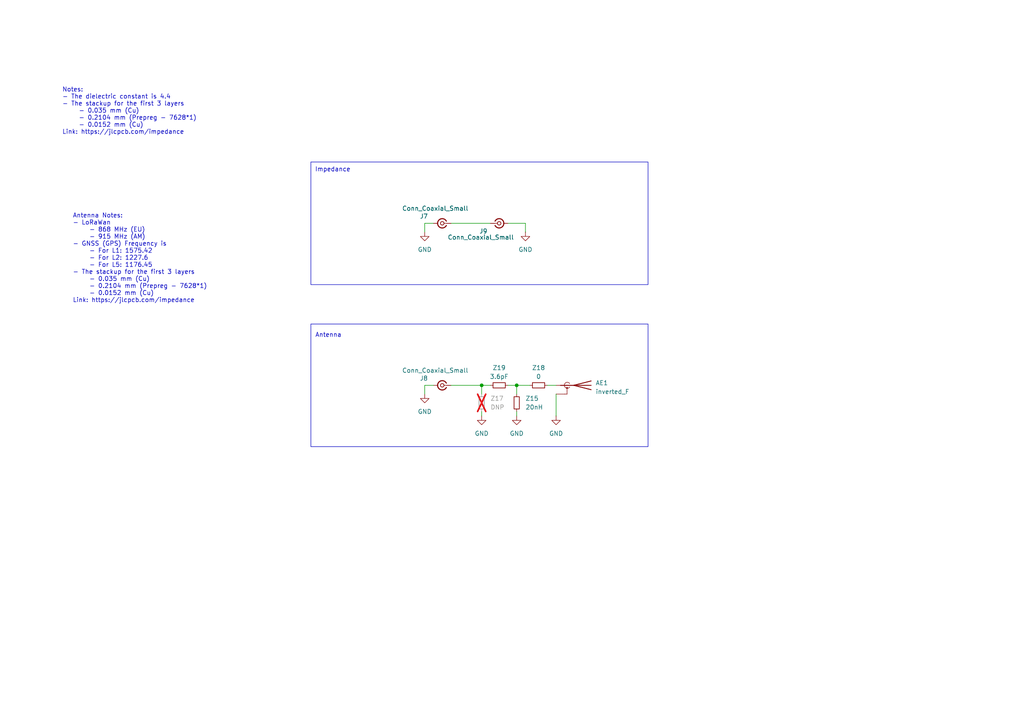
<source format=kicad_sch>
(kicad_sch (version 20250114) (generator "eeschema") (generator_version "9.0")
  (paper "A4")
  (lib_symbols
    (symbol "Connector:Conn_Coaxial_Small" (pin_numbers (hide yes)) (pin_names (offset 1.016) (hide yes))
      (property "Reference" "J" (at 0.254 3.048 0))
      (property "Value" "Conn_Coaxial_Small" (at 0 -3.81 0))
      (symbol "Conn_Coaxial_Small_0_1"
        (polyline (pts (xy -2.54 0) (xy -0.508 0)))
        (circle (center 0 0) (radius 0.508) (stroke (width 0.2032)))
      )
      (symbol "Conn_Coaxial_Small_1_1"
        (arc (start 1.3484 0.0039) (mid 0.327 -1.308) (end -1.1916 -0.6311) (stroke (width 0.3048)))
        (arc (start -1.1916 0.6311) (mid 0.327 1.3081) (end 1.3484 -0.0039) (stroke (width 0.3048)))
        (pin passive line (at -2.54 0 0) (length 1.27) (name "In") (number "1"))
        (pin passive line (at 2.54 0 180) (length 1.27) (name "Ext") (number "2"))
      )
    )
    (symbol "Device:R_Small" (pin_numbers (hide yes)) (pin_names (offset 0.254) (hide yes))
      (property "Reference" "R" (at 0.762 0.508 0))
      (property "Value" "R_Small" (at 0.762 -1.016 0))
      (symbol "R_Small_0_1"
        (rectangle (start -0.762 1.778) (end 0.762 -1.778) (stroke (width 0.2032)))
      )
      (symbol "R_Small_1_1"
        (pin passive line (at 0 2.54 270) (length 0.762) (name "~") (number "1"))
        (pin passive line (at 0 -2.54 90) (length 0.762) (name "~") (number "2"))
      )
    )
    (symbol "power:GND" (power) (pin_numbers (hide yes)) (pin_names (offset 0) (hide yes))
      (property "Value" "GND" (at 0 -3.81 0))
      (symbol "GND_0_1"
        (polyline (pts (xy 0 0) (xy 0 -1.27) (xy 1.27 -1.27) (xy 0 -2.54) (xy -1.27 -1.27) (xy 0 -1.27)))
      )
      (symbol "GND_1_1"
        (pin power_in line (at 0 0 270) (length 0) (name "~") (number "1"))
      )
    )
    (symbol "rf_lna:inverted_F" (pin_numbers (hide yes)) (pin_names (offset 1.016) (hide yes))
      (property "Reference" "AE" (at -1.905 4.445 0))
      (property "Value" "inverted_F" (at -1.905 2.54 0))
      (symbol "inverted_F_0_1"
        (arc (start 0 -2.667) (mid -0.8485 -2.1032) (end -0.508 -1.143))
        (polyline (pts (xy 0 5.08) (xy 0 -3.81)) (stroke (width 0.254)))
        (polyline (pts (xy 0 -2.54) (xy 0 0)))
        (arc (start 0.508 -1.143) (mid 0.8046 -2.0885) (end 0 -2.667))
        (polyline (pts (xy 0.762 -1.905) (xy 2.54 -1.905)))
        (circle (center 0.762 -1.905) (radius 0.1778) (fill (type outline)))
        (polyline (pts (xy 1.27 5.08) (xy 0 0) (xy -1.27 5.08)) (stroke (width 0.254)))
        (polyline (pts (xy 2.54 -2.54) (xy 2.54 -1.905)))
      )
      (symbol "inverted_F_1_1"
        (pin input line (at 0 -5.08 90) (length 2.54) (name "A") (number "1"))
        (pin power_in line (at 2.54 -5.08 90) (length 2.54) (name "GND") (number "2"))
      )
    )
  )
  (rectangle (start 90.17 93.98) (end 187.96 129.54))
  (rectangle (start 90.17 46.99) (end 187.96 82.55))
  (text "Antenna" (at 95.25 97.282 0) (effects (font (size 1.27 1.27))))
  (text "Impedance" (at 96.52 49.276 0) (effects (font (size 1.27 1.27))))
  (text "Antenna Notes:\n- LoRaWan\n	- 868 MHz (EU)\n	- 915 MHz (AM)\n- GNSS (GPS) Frequency is \n	- For L1: 1575.42\n	- For L2: 1227.6\n	- For L5: 1176.45\n- The stackup for the first 3 layers\n	- 0.035 mm (Cu)\n	- 0.2104 mm (Prepreg - 7628*1)\n	- 0.0152 mm (Cu)\nLink: https://jlcpcb.com/impedance" (at 21.082 74.93 0) (effects (font (size 1.27 1.27)) (justify left)))
  (text "Notes:\n- The dielectric constant is 4.4\n- The stackup for the first 3 layers\n	- 0.035 mm (Cu)\n	- 0.2104 mm (Prepreg - 7628*1)\n	- 0.0152 mm (Cu)\nLink: https://jlcpcb.com/impedance" (at 18.034 32.258 0) (effects (font (size 1.27 1.27)) (justify left)))
  (junction (at 139.7 111.76))
  (junction (at 149.86 111.76))
  (wire (pts (xy 149.86 111.76) (xy 149.86 114.3)))
  (wire (pts (xy 149.86 119.38) (xy 149.86 120.65)))
  (wire (pts (xy 123.19 114.3) (xy 123.19 111.76)))
  (wire (pts (xy 147.32 64.77) (xy 152.4 64.77)))
  (wire (pts (xy 123.19 111.76) (xy 125.73 111.76)))
  (wire (pts (xy 130.81 64.77) (xy 142.24 64.77)))
  (wire (pts (xy 161.29 111.76) (xy 158.75 111.76)))
  (wire (pts (xy 139.7 111.76) (xy 139.7 114.3)))
  (wire (pts (xy 130.81 111.76) (xy 139.7 111.76)))
  (wire (pts (xy 139.7 119.38) (xy 139.7 120.65)))
  (wire (pts (xy 149.86 111.76) (xy 153.67 111.76)))
  (wire (pts (xy 139.7 111.76) (xy 142.24 111.76)))
  (wire (pts (xy 152.4 67.31) (xy 152.4 64.77)))
  (wire (pts (xy 123.19 64.77) (xy 125.73 64.77)))
  (wire (pts (xy 147.32 111.76) (xy 149.86 111.76)))
  (wire (pts (xy 161.29 120.65) (xy 161.29 114.3)))
  (wire (pts (xy 123.19 67.31) (xy 123.19 64.77)))
  (symbol (lib_id "Device:R_Small") (at 156.21 111.76 270) (unit 1)
    (property "Reference" "Z18" (at 156.21 106.68 90))
    (property "Value" "0" (at 156.21 109.22 90))
    (property "Footprint" "Resistor_SMD:R_0402_1005Metric_Pad0.72x0.64mm_HandSolder" (effects (hide yes)))
    (property "Datasheet" "https://www.lcsc.com/datasheet/lcsc_datasheet_2206010216_UNI-ROYAL-Uniroyal-Elec-0402WGF0000TCE_C17168.pdf" (effects (hide yes)))
    (property "Description" "Resistor, small symbol" (effects (hide yes)))
    (property "LCSC Part Number" "C17168" (effects (hide yes)))
    (property "Manufacturing Part Number" "0402WGF0000TCE" (effects (hide yes)))
  )
  (symbol (lib_id "power:GND") (at 123.19 114.3 0) (unit 1)
    (property "Reference" "#PWR028" (effects (hide yes)))
    (property "Value" "GND" (at 123.19 119.38 0))
    (property "Description" "Power symbol creates a global label with name \"GND\" , ground" (effects (hide yes)))
  )
  (symbol (lib_id "Device:R_Small") (at 144.78 111.76 270) (unit 1)
    (property "Reference" "Z19" (at 144.78 106.68 90))
    (property "Value" "3.6pF" (at 144.78 109.22 90))
    (property "Footprint" "Resistor_SMD:R_0402_1005Metric_Pad0.72x0.64mm_HandSolder" (effects (hide yes)))
    (property "Datasheet" "https://media.digikey.com/pdf/Data%20Sheets/Shenzhen%20Sunlord/SDCL-D.pdf" (effects (hide yes)))
    (property "Description" "Resistor, small symbol" (effects (hide yes)))
    (property "LCSC Part Number" "C161321" (effects (hide yes)))
    (property "Manufacturing Part Number" "GJM1555C1H3R6WB01D" (effects (hide yes)))
  )
  (symbol (lib_id "power:GND") (at 149.86 120.65 0) (unit 1)
    (property "Reference" "#PWR030" (effects (hide yes)))
    (property "Value" "GND" (at 149.86 125.73 0))
    (property "Description" "Power symbol creates a global label with name \"GND\" , ground" (effects (hide yes)))
  )
  (symbol (lib_id "power:GND") (at 161.29 120.65 0) (unit 1)
    (property "Reference" "#PWR034" (effects (hide yes)))
    (property "Value" "GND" (at 161.29 125.73 0))
    (property "Description" "Power symbol creates a global label with name \"GND\" , ground" (effects (hide yes)))
  )
  (symbol (lib_id "Device:R_Small") (at 149.86 116.84 180) (unit 1)
    (property "Reference" "Z15" (at 152.4 115.5699 0) (effects (justify right)))
    (property "Value" "20nH" (at 152.4 118.1099 0) (effects (justify right)))
    (property "Footprint" "Resistor_SMD:R_0402_1005Metric_Pad0.72x0.64mm_HandSolder" (effects (hide yes)))
    (property "Datasheet" "https://media.digikey.com/pdf/Data%20Sheets/Shenzhen%20Sunlord/SDCL-D.pdf" (effects (hide yes)))
    (property "Description" "Resistor, small symbol" (effects (hide yes)))
    (property "LCSC Part Number" "C96730" (effects (hide yes)))
    (property "Manufacturing Part Number" "SDCL1005C20NJTDF" (effects (hide yes)))
  )
  (symbol (lib_id "Device:R_Small") (at 139.7 116.84 180) (unit 1) (dnp yes)
    (property "Reference" "Z17" (at 142.24 115.5699 0) (effects (justify right)))
    (property "Value" "DNP" (at 142.24 118.1099 0) (effects (justify right)))
    (property "Footprint" "Resistor_SMD:R_0402_1005Metric_Pad0.72x0.64mm_HandSolder" (effects (hide yes)))
    (property "Description" "Resistor, small symbol" (effects (hide yes)))
  )
  (symbol (lib_id "Connector:Conn_Coaxial_Small") (at 144.78 64.77 0) (unit 1)
    (property "Reference" "J9" (at 140.208 67.056 0))
    (property "Value" "Conn_Coaxial_Small" (at 139.446 68.834 0))
    (property "Footprint" "Library:SMA_Amphenol_901-143_Vertical" (effects (hide yes)))
    (property "Datasheet" "https://www.lcsc.com/datasheet/lcsc_datasheet_2405210917_BAT-WIRELESS-BWSMA-KE-Z001_C496549.pdf" (effects (hide yes)))
    (property "Description" "small coaxial connector (BNC, SMA, SMB, SMC, Cinch/RCA, LEMO, ...)" (effects (hide yes)))
    (property "LCSC Part Number" "C496549" (effects (hide yes)))
    (property "Manufacturing Part Number" "BWSMA-KE-Z001" (effects (hide yes)))
  )
  (symbol (lib_id "power:GND") (at 139.7 120.65 0) (unit 1)
    (property "Reference" "#PWR029" (effects (hide yes)))
    (property "Value" "GND" (at 139.7 125.73 0))
    (property "Description" "Power symbol creates a global label with name \"GND\" , ground" (effects (hide yes)))
  )
  (symbol (lib_id "Connector:Conn_Coaxial_Small") (at 128.27 111.76 180) (unit 1)
    (property "Reference" "J8" (at 122.936 109.728 0))
    (property "Value" "Conn_Coaxial_Small" (at 126.238 107.442 0))
    (property "Footprint" "Library:SMA_Amphenol_901-143_Vertical" (effects (hide yes)))
    (property "Datasheet" "https://www.lcsc.com/datasheet/lcsc_datasheet_2405210917_BAT-WIRELESS-BWSMA-KE-Z001_C496549.pdf" (effects (hide yes)))
    (property "Description" "small coaxial connector (BNC, SMA, SMB, SMC, Cinch/RCA, LEMO, ...)" (effects (hide yes)))
    (property "LCSC Part Number" "C496549" (effects (hide yes)))
    (property "Manufacturing Part Number" "BWSMA-KE-Z001" (effects (hide yes)))
  )
  (symbol (lib_id "Connector:Conn_Coaxial_Small") (at 128.27 64.77 180) (unit 1)
    (property "Reference" "J7" (at 122.936 62.738 0))
    (property "Value" "Conn_Coaxial_Small" (at 126.238 60.452 0))
    (property "Footprint" "Library:SMA_Amphenol_901-143_Vertical" (effects (hide yes)))
    (property "Datasheet" "https://www.lcsc.com/datasheet/lcsc_datasheet_2405210917_BAT-WIRELESS-BWSMA-KE-Z001_C496549.pdf" (effects (hide yes)))
    (property "Description" "small coaxial connector (BNC, SMA, SMB, SMC, Cinch/RCA, LEMO, ...)" (effects (hide yes)))
    (property "LCSC Part Number" "C496549" (effects (hide yes)))
    (property "Manufacturing Part Number" "BWSMA-KE-Z001" (effects (hide yes)))
  )
  (symbol (lib_id "power:GND") (at 123.19 67.31 0) (unit 1)
    (property "Reference" "#PWR02" (effects (hide yes)))
    (property "Value" "GND" (at 123.19 72.39 0))
    (property "Description" "Power symbol creates a global label with name \"GND\" , ground" (effects (hide yes)))
  )
  (symbol (lib_id "power:GND") (at 152.4 67.31 0) (unit 1)
    (property "Reference" "#PWR011" (effects (hide yes)))
    (property "Value" "GND" (at 152.4 72.39 0))
    (property "Description" "Power symbol creates a global label with name \"GND\" , ground" (effects (hide yes)))
  )
  (symbol (lib_id "rf_lna:inverted_F") (at 166.37 111.76 270) (unit 1)
    (property "Reference" "AE1" (at 172.72 111.0614 90) (effects (justify left)))
    (property "Value" "inverted_F" (at 172.72 113.6014 90) (effects (justify left)))
    (property "Footprint" "antennas:iw_meandered_monopole" (effects (hide yes)))
    (property "Description" "Antenna with extra pin for shielding" (effects (hide yes)))
  )
)
</source>
